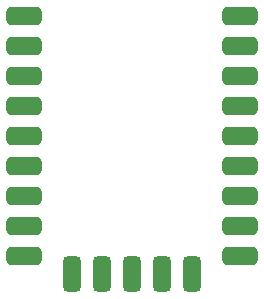
<source format=gtp>
G04 #@! TF.GenerationSoftware,KiCad,Pcbnew,8.0.1*
G04 #@! TF.CreationDate,2024-04-24T00:06:35-04:00*
G04 #@! TF.ProjectId,leviathan,6c657669-6174-4686-916e-2e6b69636164,rev?*
G04 #@! TF.SameCoordinates,Original*
G04 #@! TF.FileFunction,Paste,Top*
G04 #@! TF.FilePolarity,Positive*
%FSLAX46Y46*%
G04 Gerber Fmt 4.6, Leading zero omitted, Abs format (unit mm)*
G04 Created by KiCad (PCBNEW 8.0.1) date 2024-04-24 00:06:35*
%MOMM*%
%LPD*%
G01*
G04 APERTURE LIST*
G04 Aperture macros list*
%AMRoundRect*
0 Rectangle with rounded corners*
0 $1 Rounding radius*
0 $2 $3 $4 $5 $6 $7 $8 $9 X,Y pos of 4 corners*
0 Add a 4 corners polygon primitive as box body*
4,1,4,$2,$3,$4,$5,$6,$7,$8,$9,$2,$3,0*
0 Add four circle primitives for the rounded corners*
1,1,$1+$1,$2,$3*
1,1,$1+$1,$4,$5*
1,1,$1+$1,$6,$7*
1,1,$1+$1,$8,$9*
0 Add four rect primitives between the rounded corners*
20,1,$1+$1,$2,$3,$4,$5,0*
20,1,$1+$1,$4,$5,$6,$7,0*
20,1,$1+$1,$6,$7,$8,$9,0*
20,1,$1+$1,$8,$9,$2,$3,0*%
G04 Aperture macros list end*
%ADD10RoundRect,0.381000X1.119000X0.381000X-1.119000X0.381000X-1.119000X-0.381000X1.119000X-0.381000X0*%
%ADD11RoundRect,0.381000X-0.381000X1.119000X-0.381000X-1.119000X0.381000X-1.119000X0.381000X1.119000X0*%
%ADD12RoundRect,0.381000X0.381000X-1.119000X0.381000X1.119000X-0.381000X1.119000X-0.381000X-1.119000X0*%
G04 APERTURE END LIST*
D10*
X171160000Y-21840000D03*
X171160000Y-24380000D03*
X171160000Y-26920000D03*
X171160000Y-29460000D03*
X171160000Y-32000000D03*
X171160000Y-34540000D03*
X171160000Y-37080000D03*
X171160000Y-39620000D03*
X171160000Y-42160000D03*
D11*
X167080000Y-43700000D03*
X164540000Y-43700000D03*
X162000000Y-43700000D03*
X159460000Y-43700000D03*
D12*
X156920000Y-43700000D03*
D10*
X152840000Y-42160000D03*
X152840000Y-39620000D03*
X152840000Y-37080000D03*
X152840000Y-34540000D03*
X152840000Y-32000000D03*
X152840000Y-29460000D03*
X152840000Y-26920000D03*
X152840000Y-21840000D03*
X152840000Y-24380000D03*
M02*

</source>
